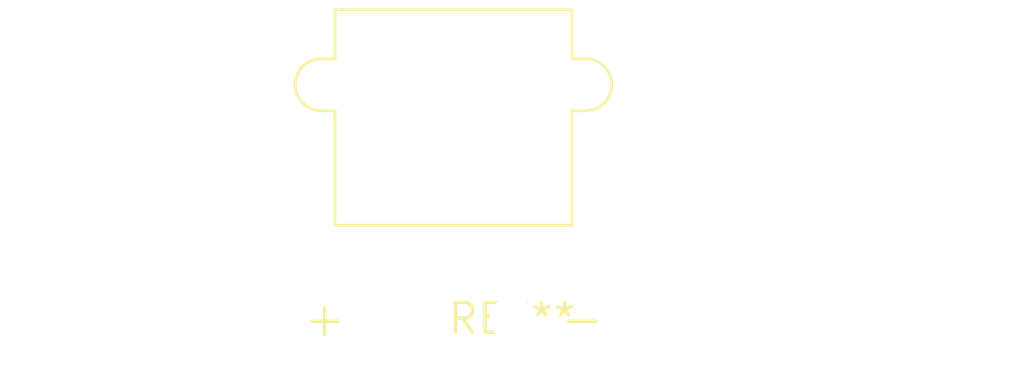
<source format=kicad_pcb>
(kicad_pcb (version 20240108) (generator pcbnew)
  (layers (0 "F.Cu" signal) (31 "B.Cu" signal) (34 "B.Paste" user) (35 "F.Paste" user) (36 "B.SilkS" user "B.Silkscreen") (37 "F.SilkS" user "F.Silkscreen") (38 "B.Mask" user) (39 "F.Mask" user) (44 "Edge.Cuts" user))
  (net 0 "")
  (footprint "AMASS_XT30PW-M_1x02_P2.50mm_Horizontal" (layer "F.Cu") (at 0 0)
    (property "Reference" "REF**")
    (property "Value" "AMASS_XT30PW-M_1x02_P2.50mm_Horizontal")
    (fp_line (start -8.15 -11.11) (end -7.56 -11.11) (layer "F.SilkS") (stroke (width 0.12)))
    (fp_line (start -8.15 -8.89) (end -7.56 -8.89) (layer "F.SilkS") (stroke (width 0.12)))
    (fp_line (start -7.56 -13.21) (end -7.56 -11.11) (layer "F.SilkS") (stroke (width 0.12)))
    (fp_line (start -7.56 -13.21) (end 2.56 -13.21) (layer "F.SilkS") (stroke (width 0.12)))
    (fp_line (start -7.56 -8.89) (end -7.56 -3.99) (layer "F.SilkS") (stroke (width 0.12)))
    (fp_line (start -7.56 -3.99) (end 2.56 -3.99) (layer "F.SilkS") (stroke (width 0.12)))
    (fp_line (start 2.56 -13.21) (end 2.56 -11.11) (layer "F.SilkS") (stroke (width 0.12)))
    (fp_line (start 2.56 -11.11) (end 3.15 -11.11) (layer "F.SilkS") (stroke (width 0.12)))
    (fp_line (start 2.56 -8.89) (end 2.56 -3.99) (layer "F.SilkS") (stroke (width 0.12)))
    (fp_line (start 2.56 -8.89) (end 3.15 -8.89) (layer "F.SilkS") (stroke (width 0.12)))
    (fp_arc (start -8.15 -8.89) (mid -9.26 -10) (end -8.15 -11.11) (layer "F.SilkS") (stroke (width 0.12)))
    (fp_arc (start 3.15 -11.11) (mid 4.26 -10) (end 3.15 -8.89) (layer "F.SilkS") (stroke (width 0.12)))
    (fp_text user "-" (at 3 0 0) (layer "F.SilkS") (effects (font (size 1.5 1.5))))
    (fp_text user "+" (at -8 0 0) (layer "F.SilkS") (effects (font (size 1.5 1.5))))
    (pad "" thru_hole circle (at -8 -10) (size 1.4 1.4) (drill 1) (layers *.Cu *.Mask) (remove_unused_layers))
    (pad "" thru_hole circle (at 3 -10) (size 1.4 1.4) (drill 1) (layers *.Cu *.Mask) (remove_unused_layers))
    (pad "1" thru_hole rect (at 0 0) (size 3.5 3.5) (drill 1.9) (layers *.Cu *.Mask) (remove_unused_layers))
    (pad "2" thru_hole circle (at -5 0) (size 3.5 3.5) (drill 1.9) (layers *.Cu *.Mask) (remove_unused_layers))
  )
)
</source>
